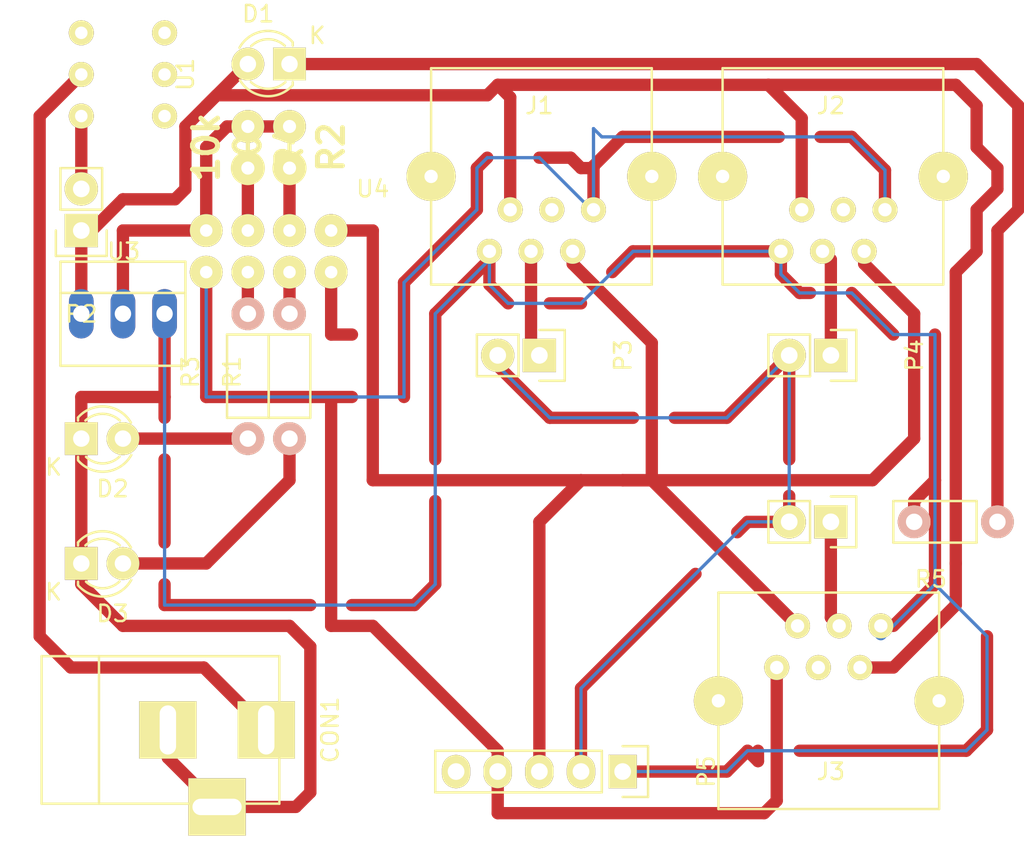
<source format=kicad_pcb>
(kicad_pcb (version 4) (host pcbnew 4.0.2+dfsg1-stable)

  (general
    (links 41)
    (no_connects 1)
    (area 0 0 0 0)
    (thickness 1.6)
    (drawings 0)
    (tracks 208)
    (zones 0)
    (modules 20)
    (nets 33)
  )

  (page A4)
  (layers
    (0 F.Cu signal)
    (31 B.Cu signal)
    (32 B.Adhes user)
    (33 F.Adhes user)
    (34 B.Paste user)
    (35 F.Paste user)
    (36 B.SilkS user)
    (37 F.SilkS user)
    (38 B.Mask user)
    (39 F.Mask user)
    (40 Dwgs.User user)
    (41 Cmts.User user)
    (42 Eco1.User user)
    (43 Eco2.User user)
    (44 Edge.Cuts user)
    (45 Margin user)
    (46 B.CrtYd user)
    (47 F.CrtYd user)
    (48 B.Fab user)
    (49 F.Fab user)
  )

  (setup
    (last_trace_width 0.75)
    (user_trace_width 0.2)
    (user_trace_width 0.4)
    (trace_clearance 0.2)
    (zone_clearance 0.508)
    (zone_45_only no)
    (trace_min 0.2)
    (segment_width 0.2)
    (edge_width 0.1)
    (via_size 0.6)
    (via_drill 0.4)
    (via_min_size 0.4)
    (via_min_drill 0.3)
    (uvia_size 0.3)
    (uvia_drill 0.1)
    (uvias_allowed no)
    (uvia_min_size 0.2)
    (uvia_min_drill 0.1)
    (pcb_text_width 0.3)
    (pcb_text_size 1.5 1.5)
    (mod_edge_width 0.15)
    (mod_text_size 1 1)
    (mod_text_width 0.15)
    (pad_size 1.5 1.5)
    (pad_drill 0.6)
    (pad_to_mask_clearance 0)
    (aux_axis_origin 0 0)
    (visible_elements FFFFFF7F)
    (pcbplotparams
      (layerselection 0x00000_00000001)
      (usegerberextensions false)
      (excludeedgelayer true)
      (linewidth 0.100000)
      (plotframeref false)
      (viasonmask false)
      (mode 1)
      (useauxorigin false)
      (hpglpennumber 1)
      (hpglpenspeed 20)
      (hpglpendiameter 15)
      (hpglpenoverlay 2)
      (psnegative false)
      (psa4output false)
      (plotreference true)
      (plotvalue true)
      (plotinvisibletext false)
      (padsonsilk false)
      (subtractmaskfromsilk false)
      (outputformat 1)
      (mirror false)
      (drillshape 0)
      (scaleselection 1)
      (outputdirectory ""))
  )

  (net 0 "")
  (net 1 "Net-(D2-Pad2)")
  (net 2 "Net-(D3-Pad2)")
  (net 3 "Net-(J1-Pad4)")
  (net 4 "Net-(J1-Pad2)")
  (net 5 "Net-(J1-Pad1)")
  (net 6 "Net-(J1-Pad3)")
  (net 7 "Net-(J1-Pad8)")
  (net 8 "Net-(J1-Pad7)")
  (net 9 "Net-(R1-Pad2)")
  (net 10 "Net-(R2-Pad1)")
  (net 11 "Net-(R2-Pad2)")
  (net 12 "Net-(R3-Pad2)")
  (net 13 "Net-(R4-Pad1)")
  (net 14 "Net-(J2-Pad4)")
  (net 15 "Net-(J2-Pad3)")
  (net 16 "Net-(J2-Pad8)")
  (net 17 "Net-(J2-Pad7)")
  (net 18 "Net-(P3-Pad2)")
  (net 19 "Net-(P5-Pad5)")
  (net 20 "Net-(J3-Pad4)")
  (net 21 "Net-(J3-Pad3)")
  (net 22 "Net-(J3-Pad8)")
  (net 23 "Net-(J3-Pad7)")
  (net 24 "Net-(CON1-Pad1)")
  (net 25 "Net-(CON1-Pad2)")
  (net 26 "Net-(P2-Pad2)")
  (net 27 "Net-(U1-Pad1)")
  (net 28 "Net-(U1-Pad2)")
  (net 29 "Net-(U1-Pad3)")
  (net 30 "Net-(U1-Pad4)")
  (net 31 "Net-(D1-Pad1)")
  (net 32 "Net-(D1-Pad2)")

  (net_class Default "This is the default net class."
    (clearance 0.2)
    (trace_width 0.75)
    (via_dia 0.6)
    (via_drill 0.4)
    (uvia_dia 0.3)
    (uvia_drill 0.1)
    (add_net "Net-(CON1-Pad1)")
    (add_net "Net-(CON1-Pad2)")
    (add_net "Net-(D1-Pad1)")
    (add_net "Net-(D1-Pad2)")
    (add_net "Net-(D2-Pad2)")
    (add_net "Net-(D3-Pad2)")
    (add_net "Net-(J1-Pad1)")
    (add_net "Net-(J1-Pad2)")
    (add_net "Net-(J1-Pad3)")
    (add_net "Net-(J1-Pad4)")
    (add_net "Net-(J1-Pad7)")
    (add_net "Net-(J1-Pad8)")
    (add_net "Net-(J2-Pad3)")
    (add_net "Net-(J2-Pad4)")
    (add_net "Net-(J2-Pad7)")
    (add_net "Net-(J2-Pad8)")
    (add_net "Net-(J3-Pad3)")
    (add_net "Net-(J3-Pad4)")
    (add_net "Net-(J3-Pad7)")
    (add_net "Net-(J3-Pad8)")
    (add_net "Net-(P2-Pad2)")
    (add_net "Net-(P3-Pad2)")
    (add_net "Net-(P5-Pad5)")
    (add_net "Net-(R1-Pad2)")
    (add_net "Net-(R2-Pad1)")
    (add_net "Net-(R2-Pad2)")
    (add_net "Net-(R3-Pad2)")
    (add_net "Net-(R4-Pad1)")
    (add_net "Net-(U1-Pad1)")
    (add_net "Net-(U1-Pad2)")
    (add_net "Net-(U1-Pad3)")
    (add_net "Net-(U1-Pad4)")
  )

  (module Resistors_ThroughHole:Resistor_Horizontal_RM7mm (layer F.Cu) (tedit 574DB230) (tstamp 574DB156)
    (at 185.42 109.22 180)
    (descr "Resistor, Axial,  RM 7.62mm, 1/3W,")
    (tags "Resistor Axial RM 7.62mm 1/3W R3")
    (path /574DB6C9)
    (fp_text reference R5 (at 4.05892 -3.50012 180) (layer F.SilkS)
      (effects (font (size 1 1) (thickness 0.15)))
    )
    (fp_text value 500 (at 3.81 3.81 180) (layer F.Fab)
      (effects (font (size 1 1) (thickness 0.15)))
    )
    (fp_line (start -1.25 -1.5) (end 8.85 -1.5) (layer F.CrtYd) (width 0.05))
    (fp_line (start -1.25 1.5) (end -1.25 -1.5) (layer F.CrtYd) (width 0.05))
    (fp_line (start 8.85 -1.5) (end 8.85 1.5) (layer F.CrtYd) (width 0.05))
    (fp_line (start -1.25 1.5) (end 8.85 1.5) (layer F.CrtYd) (width 0.05))
    (fp_line (start 1.27 -1.27) (end 6.35 -1.27) (layer F.SilkS) (width 0.15))
    (fp_line (start 6.35 -1.27) (end 6.35 1.27) (layer F.SilkS) (width 0.15))
    (fp_line (start 6.35 1.27) (end 1.27 1.27) (layer F.SilkS) (width 0.15))
    (fp_line (start 1.27 1.27) (end 1.27 -1.27) (layer F.SilkS) (width 0.15))
    (pad 1 thru_hole circle (at 0 0 180) (size 1.99898 1.99898) (drill 1.00076) (layers *.Cu *.SilkS *.Mask)
      (net 31 "Net-(D1-Pad1)"))
    (pad 2 thru_hole circle (at 5.08 0 180) (size 1.99898 1.99898) (drill 1.00076) (layers *.Cu *.SilkS *.Mask)
      (net 25 "Net-(CON1-Pad2)"))
  )

  (module Connect:RJ12_E (layer F.Cu) (tedit 0) (tstamp 573ACB7B)
    (at 157.48 83.82 180)
    (path /573989B6)
    (fp_text reference J1 (at 0 0 180) (layer F.SilkS)
      (effects (font (size 1 1) (thickness 0.15)))
    )
    (fp_text value RJ12 (at 0 -2.54 180) (layer F.Fab)
      (effects (font (size 1 1) (thickness 0.15)))
    )
    (fp_line (start -6.858 -10.922) (end -6.858 2.286) (layer F.SilkS) (width 0.15))
    (fp_line (start 6.604 -10.922) (end 6.604 2.286) (layer F.SilkS) (width 0.15))
    (fp_line (start -6.858 2.286) (end 6.604 2.286) (layer F.SilkS) (width 0.15))
    (fp_line (start 5.842 -10.922) (end 6.604 -10.922) (layer F.SilkS) (width 0.15))
    (fp_line (start -6.858 -10.922) (end 5.842 -10.922) (layer F.SilkS) (width 0.15))
    (pad 4 thru_hole circle (at 0.508 -8.89 180) (size 1.524 1.524) (drill 0.8128) (layers *.Cu *.Mask F.SilkS)
      (net 3 "Net-(J1-Pad4)"))
    (pad 2 thru_hole circle (at -2.032 -8.89 180) (size 1.524 1.524) (drill 0.8128) (layers *.Cu *.Mask F.SilkS)
      (net 4 "Net-(J1-Pad2)"))
    (pad 6 thru_hole circle (at 3.048 -8.89 180) (size 1.524 1.524) (drill 0.8128) (layers *.Cu *.Mask F.SilkS)
      (net 25 "Net-(CON1-Pad2)"))
    (pad 1 thru_hole circle (at -3.302 -6.35 180) (size 1.524 1.524) (drill 0.8128) (layers *.Cu *.Mask F.SilkS)
      (net 5 "Net-(J1-Pad1)"))
    (pad 3 thru_hole circle (at -0.762 -6.35 180) (size 1.524 1.524) (drill 0.8128) (layers *.Cu *.Mask F.SilkS)
      (net 6 "Net-(J1-Pad3)"))
    (pad 5 thru_hole circle (at 1.778 -6.35 180) (size 1.524 1.524) (drill 0.8128) (layers *.Cu *.Mask F.SilkS)
      (net 32 "Net-(D1-Pad2)"))
    (pad 8 thru_hole circle (at 6.604 -4.318 180) (size 2.99974 2.99974) (drill 0.8128) (layers *.Cu *.Mask F.SilkS)
      (net 7 "Net-(J1-Pad8)"))
    (pad 7 thru_hole circle (at -6.858 -4.318 180) (size 2.99974 2.99974) (drill 0.8128) (layers *.Cu *.Mask F.SilkS)
      (net 8 "Net-(J1-Pad7)"))
  )

  (module LEDs:LED-3MM (layer F.Cu) (tedit 559B82F6) (tstamp 573ACB69)
    (at 129.54 104.14)
    (descr "LED 3mm round vertical")
    (tags "LED  3mm round vertical")
    (path /57397C22)
    (fp_text reference D2 (at 1.91 3.06) (layer F.SilkS)
      (effects (font (size 1 1) (thickness 0.15)))
    )
    (fp_text value LED (at 1.3 -2.9) (layer F.Fab)
      (effects (font (size 1 1) (thickness 0.15)))
    )
    (fp_line (start -1.2 2.3) (end 3.8 2.3) (layer F.CrtYd) (width 0.05))
    (fp_line (start 3.8 2.3) (end 3.8 -2.2) (layer F.CrtYd) (width 0.05))
    (fp_line (start 3.8 -2.2) (end -1.2 -2.2) (layer F.CrtYd) (width 0.05))
    (fp_line (start -1.2 -2.2) (end -1.2 2.3) (layer F.CrtYd) (width 0.05))
    (fp_line (start -0.199 1.314) (end -0.199 1.114) (layer F.SilkS) (width 0.15))
    (fp_line (start -0.199 -1.28) (end -0.199 -1.1) (layer F.SilkS) (width 0.15))
    (fp_arc (start 1.301 0.034) (end -0.199 -1.286) (angle 108.5) (layer F.SilkS) (width 0.15))
    (fp_arc (start 1.301 0.034) (end 0.25 -1.1) (angle 85.7) (layer F.SilkS) (width 0.15))
    (fp_arc (start 1.311 0.034) (end 3.051 0.994) (angle 110) (layer F.SilkS) (width 0.15))
    (fp_arc (start 1.301 0.034) (end 2.335 1.094) (angle 87.5) (layer F.SilkS) (width 0.15))
    (fp_text user K (at -1.69 1.74) (layer F.SilkS)
      (effects (font (size 1 1) (thickness 0.15)))
    )
    (pad 1 thru_hole rect (at 0 0 90) (size 2 2) (drill 1.00076) (layers *.Cu *.Mask F.SilkS)
      (net 25 "Net-(CON1-Pad2)"))
    (pad 2 thru_hole circle (at 2.54 0) (size 2 2) (drill 1.00076) (layers *.Cu *.Mask F.SilkS)
      (net 1 "Net-(D2-Pad2)"))
    (model LEDs.3dshapes/LED-3MM.wrl
      (at (xyz 0.05 0 0))
      (scale (xyz 1 1 1))
      (rotate (xyz 0 0 90))
    )
  )

  (module LEDs:LED-3MM (layer F.Cu) (tedit 559B82F6) (tstamp 573ACB6F)
    (at 129.54 111.76)
    (descr "LED 3mm round vertical")
    (tags "LED  3mm round vertical")
    (path /57397CA8)
    (fp_text reference D3 (at 1.91 3.06) (layer F.SilkS)
      (effects (font (size 1 1) (thickness 0.15)))
    )
    (fp_text value LED (at 1.3 -2.9) (layer F.Fab)
      (effects (font (size 1 1) (thickness 0.15)))
    )
    (fp_line (start -1.2 2.3) (end 3.8 2.3) (layer F.CrtYd) (width 0.05))
    (fp_line (start 3.8 2.3) (end 3.8 -2.2) (layer F.CrtYd) (width 0.05))
    (fp_line (start 3.8 -2.2) (end -1.2 -2.2) (layer F.CrtYd) (width 0.05))
    (fp_line (start -1.2 -2.2) (end -1.2 2.3) (layer F.CrtYd) (width 0.05))
    (fp_line (start -0.199 1.314) (end -0.199 1.114) (layer F.SilkS) (width 0.15))
    (fp_line (start -0.199 -1.28) (end -0.199 -1.1) (layer F.SilkS) (width 0.15))
    (fp_arc (start 1.301 0.034) (end -0.199 -1.286) (angle 108.5) (layer F.SilkS) (width 0.15))
    (fp_arc (start 1.301 0.034) (end 0.25 -1.1) (angle 85.7) (layer F.SilkS) (width 0.15))
    (fp_arc (start 1.311 0.034) (end 3.051 0.994) (angle 110) (layer F.SilkS) (width 0.15))
    (fp_arc (start 1.301 0.034) (end 2.335 1.094) (angle 87.5) (layer F.SilkS) (width 0.15))
    (fp_text user K (at -1.69 1.74) (layer F.SilkS)
      (effects (font (size 1 1) (thickness 0.15)))
    )
    (pad 1 thru_hole rect (at 0 0 90) (size 2 2) (drill 1.00076) (layers *.Cu *.Mask F.SilkS)
      (net 25 "Net-(CON1-Pad2)"))
    (pad 2 thru_hole circle (at 2.54 0) (size 2 2) (drill 1.00076) (layers *.Cu *.Mask F.SilkS)
      (net 2 "Net-(D3-Pad2)"))
    (model LEDs.3dshapes/LED-3MM.wrl
      (at (xyz 0.05 0 0))
      (scale (xyz 1 1 1))
      (rotate (xyz 0 0 90))
    )
  )

  (module Pin_Headers:Pin_Header_Straight_1x02 (layer F.Cu) (tedit 54EA090C) (tstamp 573ACB87)
    (at 129.54 91.44 180)
    (descr "Through hole pin header")
    (tags "pin header")
    (path /573A3684)
    (fp_text reference P2 (at 0 -5.1 180) (layer F.SilkS)
      (effects (font (size 1 1) (thickness 0.15)))
    )
    (fp_text value CONN_01X02 (at 0 -3.1 180) (layer F.Fab)
      (effects (font (size 1 1) (thickness 0.15)))
    )
    (fp_line (start 1.27 1.27) (end 1.27 3.81) (layer F.SilkS) (width 0.15))
    (fp_line (start 1.55 -1.55) (end 1.55 0) (layer F.SilkS) (width 0.15))
    (fp_line (start -1.75 -1.75) (end -1.75 4.3) (layer F.CrtYd) (width 0.05))
    (fp_line (start 1.75 -1.75) (end 1.75 4.3) (layer F.CrtYd) (width 0.05))
    (fp_line (start -1.75 -1.75) (end 1.75 -1.75) (layer F.CrtYd) (width 0.05))
    (fp_line (start -1.75 4.3) (end 1.75 4.3) (layer F.CrtYd) (width 0.05))
    (fp_line (start 1.27 1.27) (end -1.27 1.27) (layer F.SilkS) (width 0.15))
    (fp_line (start -1.55 0) (end -1.55 -1.55) (layer F.SilkS) (width 0.15))
    (fp_line (start -1.55 -1.55) (end 1.55 -1.55) (layer F.SilkS) (width 0.15))
    (fp_line (start -1.27 1.27) (end -1.27 3.81) (layer F.SilkS) (width 0.15))
    (fp_line (start -1.27 3.81) (end 1.27 3.81) (layer F.SilkS) (width 0.15))
    (pad 1 thru_hole rect (at 0 0 180) (size 2.032 2.032) (drill 1.016) (layers *.Cu *.Mask F.SilkS)
      (net 32 "Net-(D1-Pad2)"))
    (pad 2 thru_hole oval (at 0 2.54 180) (size 2.032 2.032) (drill 1.016) (layers *.Cu *.Mask F.SilkS)
      (net 26 "Net-(P2-Pad2)"))
    (model Pin_Headers.3dshapes/Pin_Header_Straight_1x02.wrl
      (at (xyz 0 -0.05 0))
      (scale (xyz 1 1 1))
      (rotate (xyz 0 0 90))
    )
  )

  (module Resistors_ThroughHole:Resistor_Horizontal_RM7mm (layer F.Cu) (tedit 569FCF07) (tstamp 573ACB96)
    (at 142.24 104.14 90)
    (descr "Resistor, Axial,  RM 7.62mm, 1/3W,")
    (tags "Resistor Axial RM 7.62mm 1/3W R3")
    (path /573977A6)
    (fp_text reference R1 (at 4.05892 -3.50012 90) (layer F.SilkS)
      (effects (font (size 1 1) (thickness 0.15)))
    )
    (fp_text value 1k (at 3.81 3.81 90) (layer F.Fab)
      (effects (font (size 1 1) (thickness 0.15)))
    )
    (fp_line (start -1.25 -1.5) (end 8.85 -1.5) (layer F.CrtYd) (width 0.05))
    (fp_line (start -1.25 1.5) (end -1.25 -1.5) (layer F.CrtYd) (width 0.05))
    (fp_line (start 8.85 -1.5) (end 8.85 1.5) (layer F.CrtYd) (width 0.05))
    (fp_line (start -1.25 1.5) (end 8.85 1.5) (layer F.CrtYd) (width 0.05))
    (fp_line (start 1.27 -1.27) (end 6.35 -1.27) (layer F.SilkS) (width 0.15))
    (fp_line (start 6.35 -1.27) (end 6.35 1.27) (layer F.SilkS) (width 0.15))
    (fp_line (start 6.35 1.27) (end 1.27 1.27) (layer F.SilkS) (width 0.15))
    (fp_line (start 1.27 1.27) (end 1.27 -1.27) (layer F.SilkS) (width 0.15))
    (pad 1 thru_hole circle (at 0 0 90) (size 1.99898 1.99898) (drill 1.00076) (layers *.Cu *.SilkS *.Mask)
      (net 2 "Net-(D3-Pad2)"))
    (pad 2 thru_hole circle (at 7.62 0 90) (size 1.99898 1.99898) (drill 1.00076) (layers *.Cu *.SilkS *.Mask)
      (net 9 "Net-(R1-Pad2)"))
  )

  (module Resistors_ThroughHole:Resistor_Horizontal_RM7mm (layer F.Cu) (tedit 569FCF07) (tstamp 573ACBA2)
    (at 139.7 104.14 90)
    (descr "Resistor, Axial,  RM 7.62mm, 1/3W,")
    (tags "Resistor Axial RM 7.62mm 1/3W R3")
    (path /5739783B)
    (fp_text reference R3 (at 4.05892 -3.50012 90) (layer F.SilkS)
      (effects (font (size 1 1) (thickness 0.15)))
    )
    (fp_text value 1k (at 3.81 3.81 90) (layer F.Fab)
      (effects (font (size 1 1) (thickness 0.15)))
    )
    (fp_line (start -1.25 -1.5) (end 8.85 -1.5) (layer F.CrtYd) (width 0.05))
    (fp_line (start -1.25 1.5) (end -1.25 -1.5) (layer F.CrtYd) (width 0.05))
    (fp_line (start 8.85 -1.5) (end 8.85 1.5) (layer F.CrtYd) (width 0.05))
    (fp_line (start -1.25 1.5) (end 8.85 1.5) (layer F.CrtYd) (width 0.05))
    (fp_line (start 1.27 -1.27) (end 6.35 -1.27) (layer F.SilkS) (width 0.15))
    (fp_line (start 6.35 -1.27) (end 6.35 1.27) (layer F.SilkS) (width 0.15))
    (fp_line (start 6.35 1.27) (end 1.27 1.27) (layer F.SilkS) (width 0.15))
    (fp_line (start 1.27 1.27) (end 1.27 -1.27) (layer F.SilkS) (width 0.15))
    (pad 1 thru_hole circle (at 0 0 90) (size 1.99898 1.99898) (drill 1.00076) (layers *.Cu *.SilkS *.Mask)
      (net 1 "Net-(D2-Pad2)"))
    (pad 2 thru_hole circle (at 7.62 0 90) (size 1.99898 1.99898) (drill 1.00076) (layers *.Cu *.SilkS *.Mask)
      (net 12 "Net-(R3-Pad2)"))
  )

  (module Connect:PINHEAD1-3 (layer F.Cu) (tedit 0) (tstamp 573ACBAF)
    (at 132.08 96.52)
    (path /5739C06C)
    (attr virtual)
    (fp_text reference U3 (at 0.05 -3.8) (layer F.SilkS)
      (effects (font (size 1 1) (thickness 0.15)))
    )
    (fp_text value STAB3.3 (at 0 3.81) (layer F.Fab)
      (effects (font (size 1 1) (thickness 0.15)))
    )
    (fp_line (start -3.81 -3.175) (end -3.81 3.175) (layer F.SilkS) (width 0.15))
    (fp_line (start 3.81 -3.175) (end 3.81 3.175) (layer F.SilkS) (width 0.15))
    (fp_line (start 3.81 -1.27) (end -3.81 -1.27) (layer F.SilkS) (width 0.15))
    (fp_line (start -3.81 -3.175) (end 3.81 -3.175) (layer F.SilkS) (width 0.15))
    (fp_line (start 3.81 3.175) (end -3.81 3.175) (layer F.SilkS) (width 0.15))
    (pad 1 thru_hole oval (at -2.54 0) (size 1.50622 3.01498) (drill 0.99822) (layers *.Cu *.Mask)
      (net 32 "Net-(D1-Pad2)"))
    (pad 2 thru_hole oval (at 0 0) (size 1.50622 3.01498) (drill 0.99822) (layers *.Cu *.Mask)
      (net 11 "Net-(R2-Pad2)"))
    (pad 3 thru_hole oval (at 2.54 0) (size 1.50622 3.01498) (drill 0.99822) (layers *.Cu *.Mask)
      (net 25 "Net-(CON1-Pad2)"))
  )

  (module bugs:esp8266 (layer F.Cu) (tedit 5727C479) (tstamp 573ACBBB)
    (at 142.24 93.98)
    (path /57397580)
    (fp_text reference U4 (at 5.08 -5.08) (layer F.SilkS)
      (effects (font (size 1 1) (thickness 0.15)))
    )
    (fp_text value ESP8266 (at -2.54 -5.08) (layer F.Fab)
      (effects (font (size 1 1) (thickness 0.15)))
    )
    (pad 1 thru_hole circle (at -5.08 -2.54) (size 2 2) (drill 0.762) (layers *.Cu *.Mask F.SilkS)
      (net 11 "Net-(R2-Pad2)"))
    (pad 2 thru_hole circle (at -2.54 -2.54) (size 2 2) (drill 0.762) (layers *.Cu *.Mask F.SilkS)
      (net 13 "Net-(R4-Pad1)"))
    (pad 3 thru_hole circle (at 0 -2.54) (size 2 2) (drill 0.762) (layers *.Cu *.Mask F.SilkS)
      (net 10 "Net-(R2-Pad1)"))
    (pad 4 thru_hole circle (at 2.54 -2.54) (size 2 2) (drill 0.762) (layers *.Cu *.Mask F.SilkS)
      (net 4 "Net-(J1-Pad2)"))
    (pad 5 thru_hole circle (at 2.54 0) (size 2 2) (drill 0.762) (layers *.Cu *.Mask F.SilkS)
      (net 25 "Net-(CON1-Pad2)"))
    (pad 6 thru_hole circle (at 0 0) (size 2 2) (drill 0.762) (layers *.Cu *.Mask F.SilkS)
      (net 9 "Net-(R1-Pad2)"))
    (pad 7 thru_hole circle (at -2.54 0) (size 2 2) (drill 0.762) (layers *.Cu *.Mask F.SilkS)
      (net 12 "Net-(R3-Pad2)"))
    (pad 8 thru_hole circle (at -5.08 0) (size 2 2) (drill 0.762) (layers *.Cu *.Mask F.SilkS)
      (net 5 "Net-(J1-Pad1)"))
  )

  (module w_pth_resistors:rc03_vert (layer F.Cu) (tedit 0) (tstamp 573ACC7B)
    (at 142.24 86.36 90)
    (descr "Resistor, RC03 vertical")
    (path /57397E71)
    (fp_text reference R2 (at 0 2.54 90) (layer F.SilkS)
      (effects (font (thickness 0.3048)))
    )
    (fp_text value 10k (at 0 -2.54 90) (layer F.SilkS)
      (effects (font (thickness 0.3048)))
    )
    (fp_circle (center -1.27 0) (end -2.159 0) (layer F.SilkS) (width 0.3048))
    (fp_line (start -1.27 0) (end 1.27 0) (layer F.SilkS) (width 0.254))
    (pad 1 thru_hole circle (at -1.27 0 90) (size 1.99898 1.99898) (drill 0.8001) (layers *.Cu *.Mask F.SilkS)
      (net 10 "Net-(R2-Pad1)"))
    (pad 2 thru_hole circle (at 1.27 0 90) (size 1.99898 1.99898) (drill 0.8001) (layers *.Cu *.Mask F.SilkS)
      (net 11 "Net-(R2-Pad2)"))
    (model walter/pth_resistors/rc03vert.wrl
      (at (xyz 0 0 0))
      (scale (xyz 1 1 1))
      (rotate (xyz 0 0 0))
    )
  )

  (module w_pth_resistors:rc03_vert (layer F.Cu) (tedit 0) (tstamp 573ACC81)
    (at 139.7 86.36 90)
    (descr "Resistor, RC03 vertical")
    (path /57397DC0)
    (fp_text reference R4 (at 0 2.54 90) (layer F.SilkS)
      (effects (font (thickness 0.3048)))
    )
    (fp_text value 10k (at 0 -2.54 90) (layer F.SilkS)
      (effects (font (thickness 0.3048)))
    )
    (fp_circle (center -1.27 0) (end -2.159 0) (layer F.SilkS) (width 0.3048))
    (fp_line (start -1.27 0) (end 1.27 0) (layer F.SilkS) (width 0.254))
    (pad 1 thru_hole circle (at -1.27 0 90) (size 1.99898 1.99898) (drill 0.8001) (layers *.Cu *.Mask F.SilkS)
      (net 13 "Net-(R4-Pad1)"))
    (pad 2 thru_hole circle (at 1.27 0 90) (size 1.99898 1.99898) (drill 0.8001) (layers *.Cu *.Mask F.SilkS)
      (net 11 "Net-(R2-Pad2)"))
    (model walter/pth_resistors/rc03vert.wrl
      (at (xyz 0 0 0))
      (scale (xyz 1 1 1))
      (rotate (xyz 0 0 0))
    )
  )

  (module Connect:RJ12_E (layer F.Cu) (tedit 0) (tstamp 573B57A5)
    (at 175.26 83.82 180)
    (path /573B55F9)
    (fp_text reference J2 (at 0 0 180) (layer F.SilkS)
      (effects (font (size 1 1) (thickness 0.15)))
    )
    (fp_text value RJ12 (at 0 -2.54 180) (layer F.Fab)
      (effects (font (size 1 1) (thickness 0.15)))
    )
    (fp_line (start -6.858 -10.922) (end -6.858 2.286) (layer F.SilkS) (width 0.15))
    (fp_line (start 6.604 -10.922) (end 6.604 2.286) (layer F.SilkS) (width 0.15))
    (fp_line (start -6.858 2.286) (end 6.604 2.286) (layer F.SilkS) (width 0.15))
    (fp_line (start 5.842 -10.922) (end 6.604 -10.922) (layer F.SilkS) (width 0.15))
    (fp_line (start -6.858 -10.922) (end 5.842 -10.922) (layer F.SilkS) (width 0.15))
    (pad 4 thru_hole circle (at 0.508 -8.89 180) (size 1.524 1.524) (drill 0.8128) (layers *.Cu *.Mask F.SilkS)
      (net 14 "Net-(J2-Pad4)"))
    (pad 2 thru_hole circle (at -2.032 -8.89 180) (size 1.524 1.524) (drill 0.8128) (layers *.Cu *.Mask F.SilkS)
      (net 4 "Net-(J1-Pad2)"))
    (pad 6 thru_hole circle (at 3.048 -8.89 180) (size 1.524 1.524) (drill 0.8128) (layers *.Cu *.Mask F.SilkS)
      (net 25 "Net-(CON1-Pad2)"))
    (pad 1 thru_hole circle (at -3.302 -6.35 180) (size 1.524 1.524) (drill 0.8128) (layers *.Cu *.Mask F.SilkS)
      (net 5 "Net-(J1-Pad1)"))
    (pad 3 thru_hole circle (at -0.762 -6.35 180) (size 1.524 1.524) (drill 0.8128) (layers *.Cu *.Mask F.SilkS)
      (net 15 "Net-(J2-Pad3)"))
    (pad 5 thru_hole circle (at 1.778 -6.35 180) (size 1.524 1.524) (drill 0.8128) (layers *.Cu *.Mask F.SilkS)
      (net 32 "Net-(D1-Pad2)"))
    (pad 8 thru_hole circle (at 6.604 -4.318 180) (size 2.99974 2.99974) (drill 0.8128) (layers *.Cu *.Mask F.SilkS)
      (net 16 "Net-(J2-Pad8)"))
    (pad 7 thru_hole circle (at -6.858 -4.318 180) (size 2.99974 2.99974) (drill 0.8128) (layers *.Cu *.Mask F.SilkS)
      (net 17 "Net-(J2-Pad7)"))
  )

  (module Pin_Headers:Pin_Header_Straight_1x02 (layer F.Cu) (tedit 54EA090C) (tstamp 573B57AB)
    (at 157.48 99.06 270)
    (descr "Through hole pin header")
    (tags "pin header")
    (path /573B67B7)
    (fp_text reference P3 (at 0 -5.1 270) (layer F.SilkS)
      (effects (font (size 1 1) (thickness 0.15)))
    )
    (fp_text value CONN_01X02 (at 0 -3.1 270) (layer F.Fab)
      (effects (font (size 1 1) (thickness 0.15)))
    )
    (fp_line (start 1.27 1.27) (end 1.27 3.81) (layer F.SilkS) (width 0.15))
    (fp_line (start 1.55 -1.55) (end 1.55 0) (layer F.SilkS) (width 0.15))
    (fp_line (start -1.75 -1.75) (end -1.75 4.3) (layer F.CrtYd) (width 0.05))
    (fp_line (start 1.75 -1.75) (end 1.75 4.3) (layer F.CrtYd) (width 0.05))
    (fp_line (start -1.75 -1.75) (end 1.75 -1.75) (layer F.CrtYd) (width 0.05))
    (fp_line (start -1.75 4.3) (end 1.75 4.3) (layer F.CrtYd) (width 0.05))
    (fp_line (start 1.27 1.27) (end -1.27 1.27) (layer F.SilkS) (width 0.15))
    (fp_line (start -1.55 0) (end -1.55 -1.55) (layer F.SilkS) (width 0.15))
    (fp_line (start -1.55 -1.55) (end 1.55 -1.55) (layer F.SilkS) (width 0.15))
    (fp_line (start -1.27 1.27) (end -1.27 3.81) (layer F.SilkS) (width 0.15))
    (fp_line (start -1.27 3.81) (end 1.27 3.81) (layer F.SilkS) (width 0.15))
    (pad 1 thru_hole rect (at 0 0 270) (size 2.032 2.032) (drill 1.016) (layers *.Cu *.Mask F.SilkS)
      (net 3 "Net-(J1-Pad4)"))
    (pad 2 thru_hole oval (at 0 2.54 270) (size 2.032 2.032) (drill 1.016) (layers *.Cu *.Mask F.SilkS)
      (net 18 "Net-(P3-Pad2)"))
    (model Pin_Headers.3dshapes/Pin_Header_Straight_1x02.wrl
      (at (xyz 0 -0.05 0))
      (scale (xyz 1 1 1))
      (rotate (xyz 0 0 90))
    )
  )

  (module Pin_Headers:Pin_Header_Straight_1x05 (layer F.Cu) (tedit 54EA0684) (tstamp 573B57B4)
    (at 162.56 124.46 270)
    (descr "Through hole pin header")
    (tags "pin header")
    (path /573B5742)
    (fp_text reference P5 (at 0 -5.1 270) (layer F.SilkS)
      (effects (font (size 1 1) (thickness 0.15)))
    )
    (fp_text value CONN_01X05 (at 0 -3.1 270) (layer F.Fab)
      (effects (font (size 1 1) (thickness 0.15)))
    )
    (fp_line (start -1.55 0) (end -1.55 -1.55) (layer F.SilkS) (width 0.15))
    (fp_line (start -1.55 -1.55) (end 1.55 -1.55) (layer F.SilkS) (width 0.15))
    (fp_line (start 1.55 -1.55) (end 1.55 0) (layer F.SilkS) (width 0.15))
    (fp_line (start -1.75 -1.75) (end -1.75 11.95) (layer F.CrtYd) (width 0.05))
    (fp_line (start 1.75 -1.75) (end 1.75 11.95) (layer F.CrtYd) (width 0.05))
    (fp_line (start -1.75 -1.75) (end 1.75 -1.75) (layer F.CrtYd) (width 0.05))
    (fp_line (start -1.75 11.95) (end 1.75 11.95) (layer F.CrtYd) (width 0.05))
    (fp_line (start 1.27 1.27) (end 1.27 11.43) (layer F.SilkS) (width 0.15))
    (fp_line (start 1.27 11.43) (end -1.27 11.43) (layer F.SilkS) (width 0.15))
    (fp_line (start -1.27 11.43) (end -1.27 1.27) (layer F.SilkS) (width 0.15))
    (fp_line (start 1.27 1.27) (end -1.27 1.27) (layer F.SilkS) (width 0.15))
    (pad 1 thru_hole rect (at 0 0 270) (size 2.032 1.7272) (drill 1.016) (layers *.Cu *.Mask F.SilkS)
      (net 25 "Net-(CON1-Pad2)"))
    (pad 2 thru_hole oval (at 0 2.54 270) (size 2.032 1.7272) (drill 1.016) (layers *.Cu *.Mask F.SilkS)
      (net 18 "Net-(P3-Pad2)"))
    (pad 3 thru_hole oval (at 0 5.08 270) (size 2.032 1.7272) (drill 1.016) (layers *.Cu *.Mask F.SilkS)
      (net 4 "Net-(J1-Pad2)"))
    (pad 4 thru_hole oval (at 0 7.62 270) (size 2.032 1.7272) (drill 1.016) (layers *.Cu *.Mask F.SilkS)
      (net 5 "Net-(J1-Pad1)"))
    (pad 5 thru_hole oval (at 0 10.16 270) (size 2.032 1.7272) (drill 1.016) (layers *.Cu *.Mask F.SilkS)
      (net 19 "Net-(P5-Pad5)"))
    (model Pin_Headers.3dshapes/Pin_Header_Straight_1x05.wrl
      (at (xyz 0 -0.2 0))
      (scale (xyz 1 1 1))
      (rotate (xyz 0 0 90))
    )
  )

  (module Pin_Headers:Pin_Header_Straight_1x02 (layer F.Cu) (tedit 54EA090C) (tstamp 573B57E1)
    (at 175.26 99.06 270)
    (descr "Through hole pin header")
    (tags "pin header")
    (path /573B69D7)
    (fp_text reference P4 (at 0 -5.1 270) (layer F.SilkS)
      (effects (font (size 1 1) (thickness 0.15)))
    )
    (fp_text value CONN_01X02 (at 0 -3.1 270) (layer F.Fab)
      (effects (font (size 1 1) (thickness 0.15)))
    )
    (fp_line (start 1.27 1.27) (end 1.27 3.81) (layer F.SilkS) (width 0.15))
    (fp_line (start 1.55 -1.55) (end 1.55 0) (layer F.SilkS) (width 0.15))
    (fp_line (start -1.75 -1.75) (end -1.75 4.3) (layer F.CrtYd) (width 0.05))
    (fp_line (start 1.75 -1.75) (end 1.75 4.3) (layer F.CrtYd) (width 0.05))
    (fp_line (start -1.75 -1.75) (end 1.75 -1.75) (layer F.CrtYd) (width 0.05))
    (fp_line (start -1.75 4.3) (end 1.75 4.3) (layer F.CrtYd) (width 0.05))
    (fp_line (start 1.27 1.27) (end -1.27 1.27) (layer F.SilkS) (width 0.15))
    (fp_line (start -1.55 0) (end -1.55 -1.55) (layer F.SilkS) (width 0.15))
    (fp_line (start -1.55 -1.55) (end 1.55 -1.55) (layer F.SilkS) (width 0.15))
    (fp_line (start -1.27 1.27) (end -1.27 3.81) (layer F.SilkS) (width 0.15))
    (fp_line (start -1.27 3.81) (end 1.27 3.81) (layer F.SilkS) (width 0.15))
    (pad 1 thru_hole rect (at 0 0 270) (size 2.032 2.032) (drill 1.016) (layers *.Cu *.Mask F.SilkS)
      (net 14 "Net-(J2-Pad4)"))
    (pad 2 thru_hole oval (at 0 2.54 270) (size 2.032 2.032) (drill 1.016) (layers *.Cu *.Mask F.SilkS)
      (net 18 "Net-(P3-Pad2)"))
    (model Pin_Headers.3dshapes/Pin_Header_Straight_1x02.wrl
      (at (xyz 0 -0.05 0))
      (scale (xyz 1 1 1))
      (rotate (xyz 0 0 90))
    )
  )

  (module Connect:RJ12_E (layer F.Cu) (tedit 0) (tstamp 573B713B)
    (at 175.26 124.46)
    (path /573B7287)
    (fp_text reference J3 (at 0 0) (layer F.SilkS)
      (effects (font (size 1 1) (thickness 0.15)))
    )
    (fp_text value RJ12 (at 0 -2.54) (layer F.Fab)
      (effects (font (size 1 1) (thickness 0.15)))
    )
    (fp_line (start -6.858 -10.922) (end -6.858 2.286) (layer F.SilkS) (width 0.15))
    (fp_line (start 6.604 -10.922) (end 6.604 2.286) (layer F.SilkS) (width 0.15))
    (fp_line (start -6.858 2.286) (end 6.604 2.286) (layer F.SilkS) (width 0.15))
    (fp_line (start 5.842 -10.922) (end 6.604 -10.922) (layer F.SilkS) (width 0.15))
    (fp_line (start -6.858 -10.922) (end 5.842 -10.922) (layer F.SilkS) (width 0.15))
    (pad 4 thru_hole circle (at 0.508 -8.89) (size 1.524 1.524) (drill 0.8128) (layers *.Cu *.Mask F.SilkS)
      (net 20 "Net-(J3-Pad4)"))
    (pad 2 thru_hole circle (at -2.032 -8.89) (size 1.524 1.524) (drill 0.8128) (layers *.Cu *.Mask F.SilkS)
      (net 4 "Net-(J1-Pad2)"))
    (pad 6 thru_hole circle (at 3.048 -8.89) (size 1.524 1.524) (drill 0.8128) (layers *.Cu *.Mask F.SilkS)
      (net 25 "Net-(CON1-Pad2)"))
    (pad 1 thru_hole circle (at -3.302 -6.35) (size 1.524 1.524) (drill 0.8128) (layers *.Cu *.Mask F.SilkS)
      (net 5 "Net-(J1-Pad1)"))
    (pad 3 thru_hole circle (at -0.762 -6.35) (size 1.524 1.524) (drill 0.8128) (layers *.Cu *.Mask F.SilkS)
      (net 21 "Net-(J3-Pad3)"))
    (pad 5 thru_hole circle (at 1.778 -6.35) (size 1.524 1.524) (drill 0.8128) (layers *.Cu *.Mask F.SilkS)
      (net 32 "Net-(D1-Pad2)"))
    (pad 8 thru_hole circle (at 6.604 -4.318) (size 2.99974 2.99974) (drill 0.8128) (layers *.Cu *.Mask F.SilkS)
      (net 22 "Net-(J3-Pad8)"))
    (pad 7 thru_hole circle (at -6.858 -4.318) (size 2.99974 2.99974) (drill 0.8128) (layers *.Cu *.Mask F.SilkS)
      (net 23 "Net-(J3-Pad7)"))
  )

  (module Pin_Headers:Pin_Header_Straight_1x02 (layer F.Cu) (tedit 54EA090C) (tstamp 573B7141)
    (at 175.26 109.22 270)
    (descr "Through hole pin header")
    (tags "pin header")
    (path /573B7291)
    (fp_text reference P6 (at 0 -5.1 270) (layer F.SilkS)
      (effects (font (size 1 1) (thickness 0.15)))
    )
    (fp_text value CONN_01X02 (at 0 -3.1 270) (layer F.Fab)
      (effects (font (size 1 1) (thickness 0.15)))
    )
    (fp_line (start 1.27 1.27) (end 1.27 3.81) (layer F.SilkS) (width 0.15))
    (fp_line (start 1.55 -1.55) (end 1.55 0) (layer F.SilkS) (width 0.15))
    (fp_line (start -1.75 -1.75) (end -1.75 4.3) (layer F.CrtYd) (width 0.05))
    (fp_line (start 1.75 -1.75) (end 1.75 4.3) (layer F.CrtYd) (width 0.05))
    (fp_line (start -1.75 -1.75) (end 1.75 -1.75) (layer F.CrtYd) (width 0.05))
    (fp_line (start -1.75 4.3) (end 1.75 4.3) (layer F.CrtYd) (width 0.05))
    (fp_line (start 1.27 1.27) (end -1.27 1.27) (layer F.SilkS) (width 0.15))
    (fp_line (start -1.55 0) (end -1.55 -1.55) (layer F.SilkS) (width 0.15))
    (fp_line (start -1.55 -1.55) (end 1.55 -1.55) (layer F.SilkS) (width 0.15))
    (fp_line (start -1.27 1.27) (end -1.27 3.81) (layer F.SilkS) (width 0.15))
    (fp_line (start -1.27 3.81) (end 1.27 3.81) (layer F.SilkS) (width 0.15))
    (pad 1 thru_hole rect (at 0 0 270) (size 2.032 2.032) (drill 1.016) (layers *.Cu *.Mask F.SilkS)
      (net 20 "Net-(J3-Pad4)"))
    (pad 2 thru_hole oval (at 0 2.54 270) (size 2.032 2.032) (drill 1.016) (layers *.Cu *.Mask F.SilkS)
      (net 18 "Net-(P3-Pad2)"))
    (model Pin_Headers.3dshapes/Pin_Header_Straight_1x02.wrl
      (at (xyz 0 -0.05 0))
      (scale (xyz 1 1 1))
      (rotate (xyz 0 0 90))
    )
  )

  (module Connect:BARREL_JACK (layer F.Cu) (tedit 0) (tstamp 574871AE)
    (at 134.62 121.92)
    (descr "DC Barrel Jack")
    (tags "Power Jack")
    (path /57487687)
    (fp_text reference CON1 (at 10.09904 0 90) (layer F.SilkS)
      (effects (font (size 1 1) (thickness 0.15)))
    )
    (fp_text value BARREL_JACK (at 0 -5.99948) (layer F.Fab)
      (effects (font (size 1 1) (thickness 0.15)))
    )
    (fp_line (start -4.0005 -4.50088) (end -4.0005 4.50088) (layer F.SilkS) (width 0.15))
    (fp_line (start -7.50062 -4.50088) (end -7.50062 4.50088) (layer F.SilkS) (width 0.15))
    (fp_line (start -7.50062 4.50088) (end 7.00024 4.50088) (layer F.SilkS) (width 0.15))
    (fp_line (start 7.00024 4.50088) (end 7.00024 -4.50088) (layer F.SilkS) (width 0.15))
    (fp_line (start 7.00024 -4.50088) (end -7.50062 -4.50088) (layer F.SilkS) (width 0.15))
    (pad 1 thru_hole rect (at 6.20014 0) (size 3.50012 3.50012) (drill oval 1.00076 2.99974) (layers *.Cu *.Mask F.SilkS)
      (net 24 "Net-(CON1-Pad1)"))
    (pad 2 thru_hole rect (at 0.20066 0) (size 3.50012 3.50012) (drill oval 1.00076 2.99974) (layers *.Cu *.Mask F.SilkS)
      (net 25 "Net-(CON1-Pad2)"))
    (pad 3 thru_hole rect (at 3.2004 4.699) (size 3.50012 3.50012) (drill oval 2.99974 1.00076) (layers *.Cu *.Mask F.SilkS)
      (net 25 "Net-(CON1-Pad2)"))
  )

  (module bugs:button (layer F.Cu) (tedit 573994E4) (tstamp 574871B8)
    (at 132.08 81.915 270)
    (path /57487031)
    (fp_text reference U1 (at 0 -3.81 270) (layer F.SilkS)
      (effects (font (size 1 1) (thickness 0.15)))
    )
    (fp_text value button (at 0 -0.5 270) (layer F.Fab)
      (effects (font (size 1 1) (thickness 0.15)))
    )
    (pad 1 thru_hole circle (at -2.54 -2.54 270) (size 1.524 1.524) (drill 0.762) (layers *.Cu *.Mask F.SilkS)
      (net 27 "Net-(U1-Pad1)"))
    (pad 2 thru_hole circle (at 0 -2.54 270) (size 1.524 1.524) (drill 0.762) (layers *.Cu *.Mask F.SilkS)
      (net 28 "Net-(U1-Pad2)"))
    (pad 3 thru_hole circle (at 2.54 -2.54 270) (size 1.524 1.524) (drill 0.762) (layers *.Cu *.Mask F.SilkS)
      (net 29 "Net-(U1-Pad3)"))
    (pad 4 thru_hole circle (at -2.54 2.54 270) (size 1.524 1.524) (drill 0.762) (layers *.Cu *.Mask F.SilkS)
      (net 30 "Net-(U1-Pad4)"))
    (pad 5 thru_hole circle (at 0 2.54 270) (size 1.524 1.524) (drill 0.762) (layers *.Cu *.Mask F.SilkS)
      (net 24 "Net-(CON1-Pad1)"))
    (pad 6 thru_hole circle (at 2.54 2.54 270) (size 1.524 1.524) (drill 0.762) (layers *.Cu *.Mask F.SilkS)
      (net 26 "Net-(P2-Pad2)"))
  )

  (module LEDs:LED-3MM (layer F.Cu) (tedit 559B82F6) (tstamp 574DB150)
    (at 142.24 81.28 180)
    (descr "LED 3mm round vertical")
    (tags "LED  3mm round vertical")
    (path /574DB2B9)
    (fp_text reference D1 (at 1.91 3.06 180) (layer F.SilkS)
      (effects (font (size 1 1) (thickness 0.15)))
    )
    (fp_text value LED (at 1.3 -2.9 180) (layer F.Fab)
      (effects (font (size 1 1) (thickness 0.15)))
    )
    (fp_line (start -1.2 2.3) (end 3.8 2.3) (layer F.CrtYd) (width 0.05))
    (fp_line (start 3.8 2.3) (end 3.8 -2.2) (layer F.CrtYd) (width 0.05))
    (fp_line (start 3.8 -2.2) (end -1.2 -2.2) (layer F.CrtYd) (width 0.05))
    (fp_line (start -1.2 -2.2) (end -1.2 2.3) (layer F.CrtYd) (width 0.05))
    (fp_line (start -0.199 1.314) (end -0.199 1.114) (layer F.SilkS) (width 0.15))
    (fp_line (start -0.199 -1.28) (end -0.199 -1.1) (layer F.SilkS) (width 0.15))
    (fp_arc (start 1.301 0.034) (end -0.199 -1.286) (angle 108.5) (layer F.SilkS) (width 0.15))
    (fp_arc (start 1.301 0.034) (end 0.25 -1.1) (angle 85.7) (layer F.SilkS) (width 0.15))
    (fp_arc (start 1.311 0.034) (end 3.051 0.994) (angle 110) (layer F.SilkS) (width 0.15))
    (fp_arc (start 1.301 0.034) (end 2.335 1.094) (angle 87.5) (layer F.SilkS) (width 0.15))
    (fp_text user K (at -1.69 1.74 180) (layer F.SilkS)
      (effects (font (size 1 1) (thickness 0.15)))
    )
    (pad 1 thru_hole rect (at 0 0 270) (size 2 2) (drill 1.00076) (layers *.Cu *.Mask F.SilkS)
      (net 31 "Net-(D1-Pad1)"))
    (pad 2 thru_hole circle (at 2.54 0 180) (size 2 2) (drill 1.00076) (layers *.Cu *.Mask F.SilkS)
      (net 32 "Net-(D1-Pad2)"))
    (model LEDs.3dshapes/LED-3MM.wrl
      (at (xyz 0.05 0 0))
      (scale (xyz 1 1 1))
      (rotate (xyz 0 0 90))
    )
  )

  (segment (start 134.62 110.49) (end 134.62 105.41) (width 0.75) (layer F.Cu) (net 0))
  (segment (start 134.62 114.3) (end 134.62 113.03) (width 0.75) (layer F.Cu) (net 0) (tstamp 574868C9))
  (segment (start 143.51 114.3) (end 134.62 114.3) (width 0.75) (layer F.Cu) (net 0))
  (segment (start 149.86 114.3) (end 146.05 114.3) (width 0.75) (layer F.Cu) (net 0) (tstamp 574868C6))
  (segment (start 151.13 113.03) (end 149.86 114.3) (width 0.75) (layer F.Cu) (net 0) (tstamp 574868C5))
  (segment (start 151.13 107.95) (end 151.13 113.03) (width 0.75) (layer F.Cu) (net 0))
  (segment (start 176.53 95.25) (end 179.07 97.79) (width 0.75) (layer F.Cu) (net 0))
  (segment (start 158.115 95.885) (end 160.02 95.885) (width 0.75) (layer F.Cu) (net 0))
  (segment (start 149.225 101.6) (end 149.225 94.615) (width 0.75) (layer F.Cu) (net 0))
  (segment (start 153.67 87.63) (end 154.305 86.995) (width 0.75) (layer F.Cu) (net 0) (tstamp 574C60CB))
  (segment (start 153.67 90.17) (end 153.67 87.63) (width 0.75) (layer F.Cu) (net 0) (tstamp 574C60CA))
  (segment (start 149.225 94.615) (end 153.67 90.17) (width 0.75) (layer F.Cu) (net 0) (tstamp 574C60C8))
  (segment (start 184.785 116.205) (end 184.785 121.92) (width 0.75) (layer F.Cu) (net 0))
  (segment (start 183.515 123.19) (end 173.355 123.19) (width 0.75) (layer F.Cu) (net 0) (tstamp 574C6043))
  (segment (start 184.785 121.92) (end 183.515 123.19) (width 0.75) (layer F.Cu) (net 0) (tstamp 574C6042))
  (segment (start 139.7 104.14) (end 132.08 104.14) (width 0.75) (layer F.Cu) (net 1))
  (segment (start 142.24 104.14) (end 142.24 106.68) (width 0.75) (layer F.Cu) (net 2))
  (segment (start 137.16 111.76) (end 132.08 111.76) (width 0.75) (layer F.Cu) (net 2) (tstamp 573B71DC))
  (segment (start 142.24 106.68) (end 137.16 111.76) (width 0.75) (layer F.Cu) (net 2) (tstamp 573B71DB))
  (segment (start 156.972 92.71) (end 156.972 98.552) (width 0.75) (layer F.Cu) (net 3))
  (segment (start 156.972 98.552) (end 157.48 99.06) (width 0.75) (layer F.Cu) (net 3) (tstamp 573B7248))
  (segment (start 160.02 106.68) (end 147.32 106.68) (width 0.75) (layer F.Cu) (net 4))
  (segment (start 147.32 91.44) (end 144.78 91.44) (width 0.75) (layer F.Cu) (net 4) (tstamp 573B72F3))
  (segment (start 147.32 106.68) (end 147.32 91.44) (width 0.75) (layer F.Cu) (net 4) (tstamp 573B72F1))
  (segment (start 177.292 92.71) (end 177.292 93.472) (width 0.75) (layer F.Cu) (net 4))
  (segment (start 177.292 93.472) (end 180.34 96.52) (width 0.75) (layer F.Cu) (net 4) (tstamp 573B7278))
  (segment (start 180.34 96.52) (end 180.34 104.14) (width 0.75) (layer F.Cu) (net 4) (tstamp 573B727A))
  (segment (start 180.34 104.14) (end 177.8 106.68) (width 0.75) (layer F.Cu) (net 4) (tstamp 573B727C))
  (segment (start 177.8 106.68) (end 162.56 106.68) (width 0.75) (layer F.Cu) (net 4) (tstamp 573B727D))
  (segment (start 159.512 92.71) (end 159.512 93.472) (width 0.75) (layer F.Cu) (net 4))
  (segment (start 159.512 93.472) (end 164.338 98.298) (width 0.75) (layer F.Cu) (net 4) (tstamp 573B7270))
  (segment (start 164.338 98.298) (end 164.338 106.68) (width 0.75) (layer F.Cu) (net 4) (tstamp 573B7271))
  (segment (start 157.48 124.46) (end 157.48 109.22) (width 0.75) (layer F.Cu) (net 4))
  (segment (start 164.338 106.68) (end 173.228 115.57) (width 0.75) (layer F.Cu) (net 4) (tstamp 573B726A))
  (segment (start 160.02 106.68) (end 162.56 106.68) (width 0.75) (layer F.Cu) (net 4) (tstamp 573B7268))
  (segment (start 162.56 106.68) (end 164.338 106.68) (width 0.75) (layer F.Cu) (net 4) (tstamp 573B7280))
  (segment (start 157.48 109.22) (end 160.02 106.68) (width 0.75) (layer F.Cu) (net 4) (tstamp 573B7266))
  (segment (start 154.94 124.46) (end 154.94 123.19) (width 0.75) (layer F.Cu) (net 5))
  (segment (start 144.78 114.3) (end 144.78 101.6) (width 0.75) (layer F.Cu) (net 5) (tstamp 5748722D))
  (segment (start 144.78 115.57) (end 144.78 114.3) (width 0.75) (layer F.Cu) (net 5) (tstamp 5748722C))
  (segment (start 147.32 115.57) (end 144.78 115.57) (width 0.75) (layer F.Cu) (net 5) (tstamp 5748722B))
  (segment (start 154.94 123.19) (end 147.32 115.57) (width 0.75) (layer F.Cu) (net 5) (tstamp 5748722A))
  (segment (start 144.78 101.6) (end 146.05 101.6) (width 0.75) (layer F.Cu) (net 5))
  (segment (start 160.782 87.63) (end 160.02 87.63) (width 0.75) (layer F.Cu) (net 5))
  (segment (start 159.385 86.995) (end 157.48 86.995) (width 0.75) (layer F.Cu) (net 5) (tstamp 574C60D2))
  (segment (start 160.02 87.63) (end 159.385 86.995) (width 0.75) (layer F.Cu) (net 5) (tstamp 574C60D1))
  (segment (start 160.782 90.17) (end 160.655 90.17) (width 0.2) (layer B.Cu) (net 5))
  (segment (start 160.655 90.17) (end 157.48 86.995) (width 0.2) (layer B.Cu) (net 5) (tstamp 574C60B9))
  (segment (start 137.16 101.6) (end 137.16 93.98) (width 0.2) (layer B.Cu) (net 5) (tstamp 574C60C3))
  (segment (start 149.225 101.6) (end 137.16 101.6) (width 0.2) (layer B.Cu) (net 5) (tstamp 574C60C2))
  (segment (start 149.225 94.615) (end 149.225 101.6) (width 0.2) (layer B.Cu) (net 5) (tstamp 574C60C0))
  (segment (start 153.67 90.17) (end 149.225 94.615) (width 0.2) (layer B.Cu) (net 5) (tstamp 574C60BE))
  (segment (start 153.67 87.63) (end 153.67 90.17) (width 0.2) (layer B.Cu) (net 5) (tstamp 574C60BD))
  (segment (start 154.305 86.995) (end 153.67 87.63) (width 0.2) (layer B.Cu) (net 5) (tstamp 574C60BC))
  (segment (start 157.48 86.995) (end 154.305 86.995) (width 0.2) (layer B.Cu) (net 5) (tstamp 574C60BA))
  (segment (start 178.562 90.17) (end 178.562 87.757) (width 0.75) (layer F.Cu) (net 5))
  (segment (start 176.53 85.725) (end 174.625 85.725) (width 0.75) (layer F.Cu) (net 5) (tstamp 574C60A5))
  (segment (start 178.562 87.757) (end 176.53 85.725) (width 0.75) (layer F.Cu) (net 5) (tstamp 574C60A4))
  (segment (start 160.782 90.17) (end 160.782 87.63) (width 0.75) (layer F.Cu) (net 5))
  (segment (start 160.782 87.63) (end 160.782 87.503) (width 0.75) (layer F.Cu) (net 5) (tstamp 574C60CF))
  (segment (start 162.56 85.725) (end 172.085 85.725) (width 0.75) (layer F.Cu) (net 5) (tstamp 574C60A1))
  (segment (start 160.782 87.503) (end 162.56 85.725) (width 0.75) (layer F.Cu) (net 5) (tstamp 574C60A0))
  (segment (start 160.782 90.17) (end 160.782 85.217) (width 0.2) (layer B.Cu) (net 5))
  (segment (start 178.562 87.757) (end 178.562 90.17) (width 0.2) (layer B.Cu) (net 5) (tstamp 574C609A))
  (segment (start 176.53 85.725) (end 178.562 87.757) (width 0.2) (layer B.Cu) (net 5) (tstamp 574C6098))
  (segment (start 161.29 85.725) (end 176.53 85.725) (width 0.2) (layer B.Cu) (net 5) (tstamp 574C6097))
  (segment (start 160.782 85.217) (end 161.29 85.725) (width 0.2) (layer B.Cu) (net 5) (tstamp 574C6096))
  (segment (start 171.958 118.11) (end 171.958 126.238) (width 0.75) (layer F.Cu) (net 5))
  (segment (start 154.94 127) (end 154.94 124.46) (width 0.75) (layer F.Cu) (net 5) (tstamp 573B7323))
  (segment (start 171.196 127) (end 154.94 127) (width 0.75) (layer F.Cu) (net 5) (tstamp 573B7321))
  (segment (start 171.958 126.238) (end 171.196 127) (width 0.75) (layer F.Cu) (net 5) (tstamp 573B7320))
  (segment (start 137.16 93.98) (end 137.16 101.6) (width 0.75) (layer F.Cu) (net 5))
  (segment (start 137.16 101.6) (end 144.78 101.6) (width 0.75) (layer F.Cu) (net 5) (tstamp 573B72F6))
  (segment (start 142.24 96.52) (end 142.24 93.98) (width 0.75) (layer F.Cu) (net 9))
  (segment (start 142.24 91.44) (end 142.24 87.63) (width 0.75) (layer F.Cu) (net 10))
  (segment (start 139.7 85.09) (end 142.24 85.09) (width 0.75) (layer F.Cu) (net 11))
  (segment (start 137.16 91.44) (end 137.16 86.36) (width 0.75) (layer F.Cu) (net 11))
  (segment (start 138.43 85.09) (end 139.7 85.09) (width 0.75) (layer F.Cu) (net 11) (tstamp 573ACCE0))
  (segment (start 137.16 86.36) (end 138.43 85.09) (width 0.75) (layer F.Cu) (net 11) (tstamp 573ACCDF))
  (segment (start 132.08 96.52) (end 132.08 91.44) (width 0.75) (layer F.Cu) (net 11))
  (segment (start 132.08 91.44) (end 137.16 91.44) (width 0.75) (layer F.Cu) (net 11) (tstamp 573ACCDC))
  (segment (start 139.7 93.98) (end 139.7 96.52) (width 0.75) (layer F.Cu) (net 12))
  (segment (start 139.7 87.63) (end 139.7 91.44) (width 0.75) (layer F.Cu) (net 13))
  (segment (start 175.26 99.06) (end 175.26 93.218) (width 0.75) (layer F.Cu) (net 14))
  (segment (start 175.26 93.218) (end 174.752 92.71) (width 0.75) (layer F.Cu) (net 14) (tstamp 573B7218))
  (segment (start 172.72 99.06) (end 172.72 109.22) (width 0.2) (layer B.Cu) (net 18))
  (segment (start 172.72 109.22) (end 170.18 109.22) (width 0.2) (layer B.Cu) (net 18))
  (segment (start 170.18 109.22) (end 160.02 119.38) (width 0.2) (layer B.Cu) (net 18) (tstamp 57486918))
  (segment (start 160.02 119.38) (end 160.02 124.46) (width 0.2) (layer B.Cu) (net 18) (tstamp 57486919))
  (segment (start 172.72 99.06) (end 168.91 102.87) (width 0.2) (layer B.Cu) (net 18))
  (segment (start 158.115 102.87) (end 154.94 99.695) (width 0.2) (layer B.Cu) (net 18) (tstamp 574C6085))
  (segment (start 168.91 102.87) (end 158.115 102.87) (width 0.2) (layer B.Cu) (net 18) (tstamp 574C6084))
  (segment (start 154.94 99.695) (end 154.94 99.06) (width 0.2) (layer B.Cu) (net 18) (tstamp 574C6086))
  (segment (start 172.72 99.06) (end 172.72 105.41) (width 0.75) (layer F.Cu) (net 18))
  (segment (start 172.72 109.22) (end 172.72 107.630002) (width 0.75) (layer F.Cu) (net 18))
  (segment (start 160.02 124.46) (end 160.02 119.38) (width 0.75) (layer F.Cu) (net 18))
  (segment (start 160.02 119.38) (end 167.005 112.395) (width 0.75) (layer F.Cu) (net 18) (tstamp 574C6070))
  (segment (start 172.72 109.22) (end 170.18 109.22) (width 0.75) (layer F.Cu) (net 18))
  (segment (start 170.18 109.22) (end 169.545 109.855) (width 0.75) (layer F.Cu) (net 18) (tstamp 574C606D))
  (segment (start 154.94 99.695) (end 154.94 99.06) (width 0.75) (layer B.Cu) (net 18) (tstamp 574C6022))
  (segment (start 163.195 102.87) (end 158.115 102.87) (width 0.75) (layer F.Cu) (net 18))
  (segment (start 158.115 102.87) (end 154.94 99.695) (width 0.75) (layer F.Cu) (net 18) (tstamp 574C6010))
  (segment (start 154.94 99.06) (end 154.94 99.695) (width 0.75) (layer F.Cu) (net 18))
  (segment (start 172.72 99.06) (end 168.91 102.87) (width 0.75) (layer F.Cu) (net 18))
  (segment (start 168.91 102.87) (end 165.735 102.87) (width 0.75) (layer F.Cu) (net 18) (tstamp 574C600C))
  (segment (start 175.26 109.22) (end 175.26 115.062) (width 0.75) (layer F.Cu) (net 20))
  (segment (start 175.26 115.062) (end 175.768 115.57) (width 0.75) (layer F.Cu) (net 20) (tstamp 573B7228))
  (segment (start 129.54 81.915) (end 127 84.455) (width 0.75) (layer F.Cu) (net 24))
  (segment (start 137.01014 118.11) (end 140.82014 121.92) (width 0.75) (layer F.Cu) (net 24) (tstamp 57487267))
  (segment (start 128.905 118.11) (end 137.01014 118.11) (width 0.75) (layer F.Cu) (net 24) (tstamp 57487266))
  (segment (start 127 116.205) (end 128.905 118.11) (width 0.75) (layer F.Cu) (net 24) (tstamp 57487265))
  (segment (start 127 84.455) (end 127 116.205) (width 0.75) (layer F.Cu) (net 24) (tstamp 57487264))
  (segment (start 180.34 109.22) (end 180.34 107.95) (width 0.75) (layer F.Cu) (net 25))
  (segment (start 180.34 107.95) (end 181.61 106.68) (width 0.75) (layer F.Cu) (net 25) (tstamp 574DB245))
  (segment (start 137.8204 126.619) (end 142.621 126.619) (width 0.75) (layer F.Cu) (net 25))
  (segment (start 129.54 113.03) (end 129.54 111.76) (width 0.75) (layer F.Cu) (net 25) (tstamp 57487226))
  (segment (start 132.08 115.57) (end 129.54 113.03) (width 0.75) (layer F.Cu) (net 25) (tstamp 57487225))
  (segment (start 142.24 115.57) (end 132.08 115.57) (width 0.75) (layer F.Cu) (net 25) (tstamp 57487224))
  (segment (start 143.51 116.84) (end 142.24 115.57) (width 0.75) (layer F.Cu) (net 25) (tstamp 57487223))
  (segment (start 143.51 125.73) (end 143.51 116.84) (width 0.75) (layer F.Cu) (net 25) (tstamp 57487222))
  (segment (start 142.621 126.619) (end 143.51 125.73) (width 0.75) (layer F.Cu) (net 25) (tstamp 57487221))
  (segment (start 134.82066 121.92) (end 134.82066 123.61926) (width 0.75) (layer F.Cu) (net 25))
  (segment (start 134.82066 123.61926) (end 137.8204 126.619) (width 0.75) (layer F.Cu) (net 25) (tstamp 5748721D))
  (segment (start 144.78 93.98) (end 144.78 97.79) (width 0.75) (layer F.Cu) (net 25))
  (segment (start 144.78 97.79) (end 146.05 97.79) (width 0.75) (layer F.Cu) (net 25) (tstamp 574868EB))
  (segment (start 134.62 96.52) (end 134.62 109.22) (width 0.2) (layer B.Cu) (net 25))
  (segment (start 151.13 96.52) (end 154.432 93.218) (width 0.2) (layer B.Cu) (net 25) (tstamp 574868A6))
  (segment (start 151.13 113.03) (end 151.13 96.52) (width 0.2) (layer B.Cu) (net 25) (tstamp 574868A2))
  (segment (start 149.86 114.3) (end 151.13 113.03) (width 0.2) (layer B.Cu) (net 25) (tstamp 574868A0))
  (segment (start 134.62 114.3) (end 149.86 114.3) (width 0.2) (layer B.Cu) (net 25) (tstamp 5748689C))
  (segment (start 134.62 109.22) (end 134.62 114.3) (width 0.2) (layer B.Cu) (net 25) (tstamp 57486897))
  (segment (start 134.62 101.6) (end 134.62 102.87) (width 0.75) (layer F.Cu) (net 25))
  (segment (start 154.432 92.71) (end 154.432 93.218) (width 0.75) (layer F.Cu) (net 25))
  (segment (start 154.432 93.218) (end 151.13 96.52) (width 0.75) (layer F.Cu) (net 25) (tstamp 574868BF))
  (segment (start 151.13 96.52) (end 151.13 105.41) (width 0.75) (layer F.Cu) (net 25) (tstamp 574868C0))
  (segment (start 173.99 95.25) (end 176.53 95.25) (width 0.2) (layer B.Cu) (net 25))
  (segment (start 172.212 94.107) (end 173.355 95.25) (width 0.2) (layer B.Cu) (net 25) (tstamp 574C60EF))
  (segment (start 173.355 95.25) (end 173.99 95.25) (width 0.2) (layer B.Cu) (net 25) (tstamp 574C60F1))
  (segment (start 172.212 92.71) (end 172.212 94.107) (width 0.2) (layer B.Cu) (net 25))
  (segment (start 181.61 97.79) (end 181.61 113.03) (width 0.2) (layer B.Cu) (net 25) (tstamp 574C60F9))
  (segment (start 179.07 97.79) (end 181.61 97.79) (width 0.2) (layer B.Cu) (net 25) (tstamp 574C60F7))
  (segment (start 176.53 95.25) (end 179.07 97.79) (width 0.2) (layer B.Cu) (net 25) (tstamp 574C60F5))
  (segment (start 181.61 113.03) (end 181.61 106.68) (width 0.75) (layer F.Cu) (net 25))
  (segment (start 181.61 106.68) (end 181.61 97.79) (width 0.75) (layer F.Cu) (net 25) (tstamp 574DB24C))
  (segment (start 172.212 92.71) (end 172.212 94.107) (width 0.75) (layer F.Cu) (net 25))
  (segment (start 173.355 95.25) (end 173.99 95.25) (width 0.75) (layer F.Cu) (net 25) (tstamp 574C60E5))
  (segment (start 172.212 94.107) (end 173.355 95.25) (width 0.75) (layer F.Cu) (net 25) (tstamp 574C60E4))
  (segment (start 172.212 92.71) (end 163.195 92.71) (width 0.75) (layer F.Cu) (net 25))
  (segment (start 163.195 92.71) (end 161.925 93.98) (width 0.75) (layer F.Cu) (net 25) (tstamp 574C60E1))
  (segment (start 154.432 92.71) (end 154.432 94.742) (width 0.75) (layer F.Cu) (net 25))
  (segment (start 154.432 94.742) (end 155.575 95.885) (width 0.75) (layer F.Cu) (net 25) (tstamp 574C60DA))
  (segment (start 154.432 92.71) (end 154.432 94.742) (width 0.2) (layer B.Cu) (net 25))
  (segment (start 163.195 92.71) (end 172.212 92.71) (width 0.2) (layer B.Cu) (net 25) (tstamp 574C60B3))
  (segment (start 160.02 95.885) (end 163.195 92.71) (width 0.2) (layer B.Cu) (net 25) (tstamp 574C60B1))
  (segment (start 155.575 95.885) (end 160.02 95.885) (width 0.2) (layer B.Cu) (net 25) (tstamp 574C60AF))
  (segment (start 154.432 94.742) (end 155.575 95.885) (width 0.2) (layer B.Cu) (net 25) (tstamp 574C60AD))
  (segment (start 178.308 115.57) (end 179.07 115.57) (width 0.2) (layer B.Cu) (net 25))
  (segment (start 179.07 115.57) (end 181.61 113.03) (width 0.2) (layer B.Cu) (net 25) (tstamp 574C608B))
  (segment (start 168.91 124.46) (end 162.56 124.46) (width 0.2) (layer B.Cu) (net 25) (tstamp 574C6093))
  (segment (start 181.61 113.03) (end 184.785 116.205) (width 0.2) (layer B.Cu) (net 25) (tstamp 574C608C))
  (segment (start 184.785 116.205) (end 184.785 121.92) (width 0.2) (layer B.Cu) (net 25) (tstamp 574C608D))
  (segment (start 184.785 121.92) (end 183.515 123.19) (width 0.2) (layer B.Cu) (net 25) (tstamp 574C608E))
  (segment (start 183.515 123.19) (end 170.18 123.19) (width 0.2) (layer B.Cu) (net 25) (tstamp 574C608F))
  (segment (start 170.18 123.19) (end 168.91 124.46) (width 0.2) (layer B.Cu) (net 25) (tstamp 574C6091))
  (segment (start 162.56 124.46) (end 168.91 124.46) (width 0.75) (layer F.Cu) (net 25))
  (segment (start 170.815 123.825) (end 170.815 123.19) (width 0.75) (layer F.Cu) (net 25) (tstamp 574C6069))
  (segment (start 170.18 123.19) (end 170.815 123.825) (width 0.75) (layer F.Cu) (net 25) (tstamp 574C6068))
  (segment (start 168.91 124.46) (end 170.18 123.19) (width 0.75) (layer F.Cu) (net 25) (tstamp 574C6067))
  (segment (start 179.07 115.57) (end 181.61 113.03) (width 0.75) (layer F.Cu) (net 25) (tstamp 574C603E))
  (segment (start 178.308 115.57) (end 178.308 116.078) (width 0.75) (layer B.Cu) (net 25))
  (segment (start 129.54 104.14) (end 129.54 101.6) (width 0.75) (layer F.Cu) (net 25))
  (segment (start 129.54 111.76) (end 129.54 104.14) (width 0.75) (layer F.Cu) (net 25))
  (segment (start 134.62 101.6) (end 134.62 96.52) (width 0.75) (layer F.Cu) (net 25) (tstamp 573ACD99))
  (segment (start 129.54 101.6) (end 134.62 101.6) (width 0.75) (layer F.Cu) (net 25) (tstamp 573B71E6))
  (segment (start 129.54 84.455) (end 129.54 88.9) (width 0.75) (layer F.Cu) (net 26))
  (segment (start 185.42 109.22) (end 185.42 91.44) (width 0.75) (layer F.Cu) (net 31))
  (segment (start 184.15 81.28) (end 142.24 81.28) (width 0.75) (layer F.Cu) (net 31) (tstamp 574DB256))
  (segment (start 186.69 83.82) (end 184.15 81.28) (width 0.75) (layer F.Cu) (net 31) (tstamp 574DB253))
  (segment (start 186.69 90.17) (end 186.69 83.82) (width 0.75) (layer F.Cu) (net 31) (tstamp 574DB250))
  (segment (start 185.42 91.44) (end 186.69 90.17) (width 0.75) (layer F.Cu) (net 31) (tstamp 574DB24F))
  (segment (start 139.7 81.28) (end 137.16 83.82) (width 0.75) (layer F.Cu) (net 32) (status 400000))
  (segment (start 182.88 111.76) (end 182.88 114.3) (width 0.75) (layer F.Cu) (net 32))
  (segment (start 182.88 82.55) (end 184.15 83.82) (width 0.75) (layer F.Cu) (net 32) (tstamp 574DB1F6))
  (segment (start 184.15 83.82) (end 184.15 86.36) (width 0.75) (layer F.Cu) (net 32) (tstamp 574DB1F8))
  (segment (start 184.15 86.36) (end 185.42 87.63) (width 0.75) (layer F.Cu) (net 32) (tstamp 574DB1FA))
  (segment (start 185.42 87.63) (end 185.42 88.9) (width 0.75) (layer F.Cu) (net 32) (tstamp 574DB1FB))
  (segment (start 185.42 88.9) (end 184.15 90.17) (width 0.75) (layer F.Cu) (net 32) (tstamp 574DB1FD))
  (segment (start 184.15 90.17) (end 184.15 92.71) (width 0.75) (layer F.Cu) (net 32) (tstamp 574DB1FE))
  (segment (start 184.15 92.71) (end 182.88 93.98) (width 0.75) (layer F.Cu) (net 32) (tstamp 574DB1FF))
  (segment (start 182.88 93.98) (end 182.88 111.76) (width 0.75) (layer F.Cu) (net 32) (tstamp 574DB200))
  (segment (start 171.45 82.55) (end 182.88 82.55) (width 0.75) (layer F.Cu) (net 32))
  (segment (start 179.07 118.11) (end 177.038 118.11) (width 0.75) (layer F.Cu) (net 32) (tstamp 574DB20D))
  (segment (start 182.88 114.3) (end 179.07 118.11) (width 0.75) (layer F.Cu) (net 32) (tstamp 574DB20B))
  (segment (start 129.54 91.44) (end 130.175 91.44) (width 0.75) (layer F.Cu) (net 32))
  (segment (start 130.175 91.44) (end 132.08 89.535) (width 0.75) (layer F.Cu) (net 32) (tstamp 5748724C))
  (segment (start 154.305 83.185) (end 154.94 82.55) (width 0.75) (layer F.Cu) (net 32) (tstamp 57487252))
  (segment (start 137.795 83.185) (end 154.305 83.185) (width 0.75) (layer F.Cu) (net 32) (tstamp 57487251))
  (segment (start 135.89 85.09) (end 137.16 83.82) (width 0.75) (layer F.Cu) (net 32) (tstamp 57487250))
  (segment (start 137.16 83.82) (end 137.795 83.185) (width 0.75) (layer F.Cu) (net 32) (tstamp 574DB26C))
  (segment (start 135.89 88.9) (end 135.89 85.09) (width 0.75) (layer F.Cu) (net 32) (tstamp 5748724F))
  (segment (start 135.255 89.535) (end 135.89 88.9) (width 0.75) (layer F.Cu) (net 32) (tstamp 5748724E))
  (segment (start 132.08 89.535) (end 135.255 89.535) (width 0.75) (layer F.Cu) (net 32) (tstamp 5748724D))
  (segment (start 173.482 90.17) (end 173.482 84.582) (width 0.75) (layer F.Cu) (net 32))
  (segment (start 171.45 82.55) (end 154.94 82.55) (width 0.75) (layer F.Cu) (net 32) (tstamp 573B724C))
  (segment (start 173.482 84.582) (end 171.45 82.55) (width 0.75) (layer F.Cu) (net 32) (tstamp 573B724B))
  (segment (start 155.702 83.312) (end 155.702 90.17) (width 0.75) (layer F.Cu) (net 32) (tstamp 573AD07F))
  (segment (start 154.94 82.55) (end 155.702 83.312) (width 0.75) (layer F.Cu) (net 32) (tstamp 573AD07E))
  (segment (start 129.54 91.44) (end 129.54 96.52) (width 0.75) (layer F.Cu) (net 32))

)

</source>
